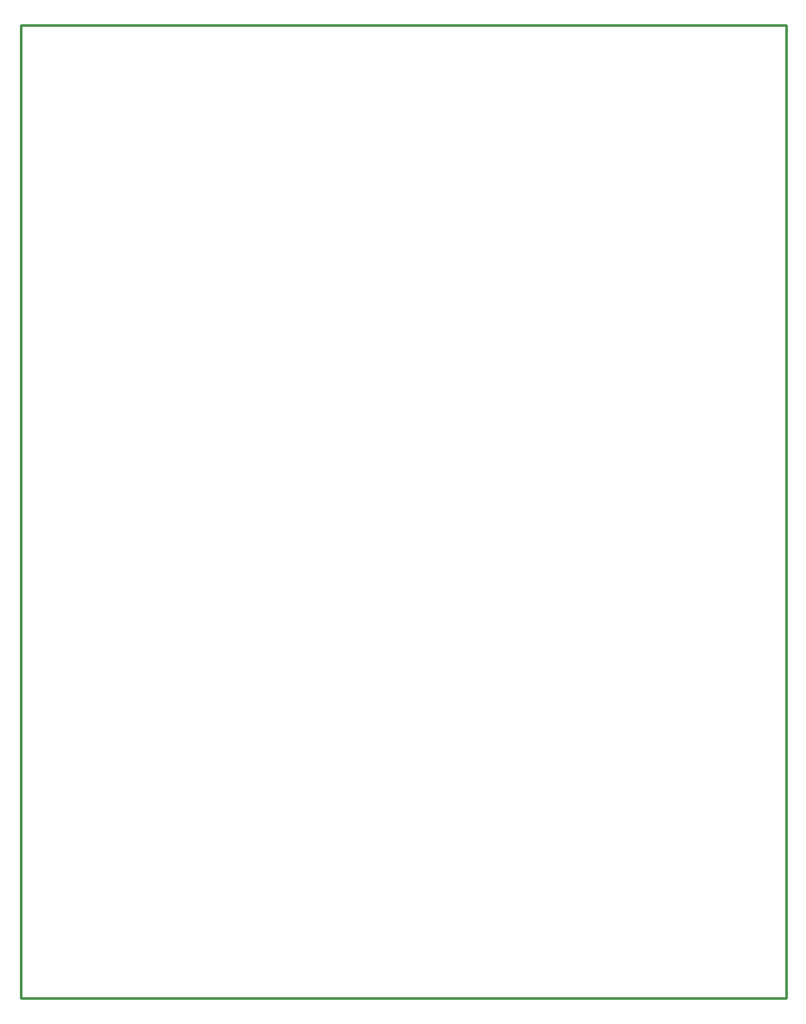
<source format=gbp>
G04*
G04 #@! TF.GenerationSoftware,Altium Limited,DefaultClient, ()*
G04*
G04 Layer_Color=128*
%FSLAX25Y25*%
%MOIN*%
G70*
G04*
G04 #@! TF.SameCoordinates,BEE212FD-1A4C-4D2E-9424-7381D7AD546F*
G04*
G04*
G04 #@! TF.FilePolarity,Positive*
G04*
G01*
G75*
%ADD11C,0.01000*%
D11*
X85000Y476500D02*
X380000D01*
Y101500D02*
Y476500D01*
X85000Y101500D02*
X380000D01*
X85000D02*
Y476500D01*
M02*

</source>
